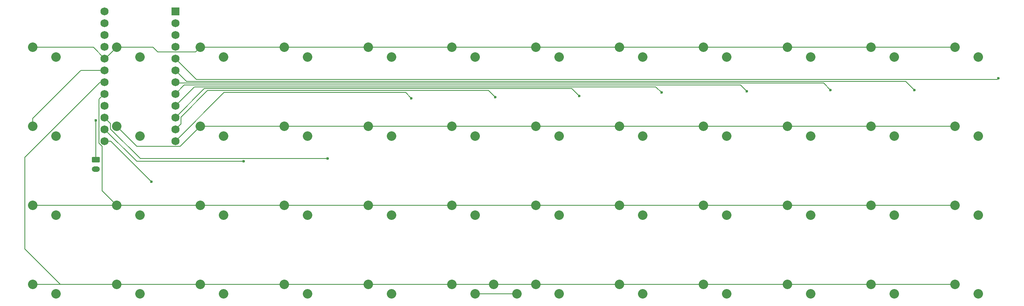
<source format=gbr>
%TF.GenerationSoftware,KiCad,Pcbnew,9.0.3-1.fc42*%
%TF.CreationDate,2025-09-11T11:22:30-04:00*%
%TF.ProjectId,48ish_soldered,34386973-685f-4736-9f6c-64657265642e,v1.0.0*%
%TF.SameCoordinates,Original*%
%TF.FileFunction,Copper,L1,Top*%
%TF.FilePolarity,Positive*%
%FSLAX46Y46*%
G04 Gerber Fmt 4.6, Leading zero omitted, Abs format (unit mm)*
G04 Created by KiCad (PCBNEW 9.0.3-1.fc42) date 2025-09-11 11:22:30*
%MOMM*%
%LPD*%
G01*
G04 APERTURE LIST*
G04 Aperture macros list*
%AMRoundRect*
0 Rectangle with rounded corners*
0 $1 Rounding radius*
0 $2 $3 $4 $5 $6 $7 $8 $9 X,Y pos of 4 corners*
0 Add a 4 corners polygon primitive as box body*
4,1,4,$2,$3,$4,$5,$6,$7,$8,$9,$2,$3,0*
0 Add four circle primitives for the rounded corners*
1,1,$1+$1,$2,$3*
1,1,$1+$1,$4,$5*
1,1,$1+$1,$6,$7*
1,1,$1+$1,$8,$9*
0 Add four rect primitives between the rounded corners*
20,1,$1+$1,$2,$3,$4,$5,0*
20,1,$1+$1,$4,$5,$6,$7,0*
20,1,$1+$1,$6,$7,$8,$9,0*
20,1,$1+$1,$8,$9,$2,$3,0*%
G04 Aperture macros list end*
%TA.AperFunction,ComponentPad*%
%ADD10C,2.032000*%
%TD*%
%TA.AperFunction,ComponentPad*%
%ADD11R,1.752600X1.752600*%
%TD*%
%TA.AperFunction,ComponentPad*%
%ADD12C,1.752600*%
%TD*%
%TA.AperFunction,ComponentPad*%
%ADD13RoundRect,0.250000X-0.625000X0.350000X-0.625000X-0.350000X0.625000X-0.350000X0.625000X0.350000X0*%
%TD*%
%TA.AperFunction,ComponentPad*%
%ADD14O,1.750000X1.200000*%
%TD*%
%TA.AperFunction,ViaPad*%
%ADD15C,0.600000*%
%TD*%
%TA.AperFunction,Conductor*%
%ADD16C,0.200000*%
%TD*%
G04 APERTURE END LIST*
D10*
%TO.P,SW6,1,A*%
%TO.N,/row1*%
X129500000Y-131800000D03*
%TO.P,SW6,2,B*%
%TO.N,Net-(D6-A)*%
X134500000Y-133900000D03*
%TD*%
%TO.P,SW30,1,A*%
%TO.N,/row1*%
X237500000Y-131800000D03*
%TO.P,SW30,2,B*%
%TO.N,Net-(D30-A)*%
X242500000Y-133900000D03*
%TD*%
%TO.P,SW18,1,A*%
%TO.N,/row1*%
X183500000Y-131800000D03*
%TO.P,SW18,2,B*%
%TO.N,Net-(D18-A)*%
X188500000Y-133900000D03*
%TD*%
%TO.P,SW37,1,A*%
%TO.N,/row0*%
X273500000Y-114800000D03*
%TO.P,SW37,2,B*%
%TO.N,Net-(D37-A)*%
X278500000Y-116900000D03*
%TD*%
%TO.P,SW21,1,A*%
%TO.N,/row0*%
X201500000Y-114800000D03*
%TO.P,SW21,2,B*%
%TO.N,Net-(D21-A)*%
X206500000Y-116900000D03*
%TD*%
%TO.P,SW15,1,A*%
%TO.N,/row2*%
X165500000Y-148800000D03*
%TO.P,SW15,2,B*%
%TO.N,Net-(D15-A)*%
X170500000Y-150900000D03*
%TD*%
%TO.P,SW33,1,A*%
%TO.N,/row0*%
X255500000Y-114800000D03*
%TO.P,SW33,2,B*%
%TO.N,Net-(D33-A)*%
X260500000Y-116900000D03*
%TD*%
%TO.P,SW10,1,A*%
%TO.N,/row1*%
X147500000Y-131800000D03*
%TO.P,SW10,2,B*%
%TO.N,Net-(D10-A)*%
X152500000Y-133900000D03*
%TD*%
%TO.P,SW2,1,A*%
%TO.N,/row1*%
X111500000Y-131800000D03*
%TO.P,SW2,2,B*%
%TO.N,Net-(D2-A)*%
X116500000Y-133900000D03*
%TD*%
%TO.P,SW26,1,A*%
%TO.N,/row1*%
X219500000Y-131800000D03*
%TO.P,SW26,2,B*%
%TO.N,Net-(D26-A)*%
X224500000Y-133900000D03*
%TD*%
%TO.P,SW27,1,A*%
%TO.N,/row2*%
X219500000Y-148800000D03*
%TO.P,SW27,2,B*%
%TO.N,Net-(D27-A)*%
X224500000Y-150900000D03*
%TD*%
%TO.P,SW5,1,A*%
%TO.N,/row0*%
X129500000Y-114800000D03*
%TO.P,SW5,2,B*%
%TO.N,Net-(D5-A)*%
X134500000Y-116900000D03*
%TD*%
%TO.P,SW47,1,A*%
%TO.N,/row2*%
X309500000Y-148800000D03*
%TO.P,SW47,2,B*%
%TO.N,Net-(D47-A)*%
X314500000Y-150900000D03*
%TD*%
%TO.P,SW46,1,A*%
%TO.N,/row1*%
X309500000Y-131800000D03*
%TO.P,SW46,2,B*%
%TO.N,Net-(D46-A)*%
X314500000Y-133900000D03*
%TD*%
%TO.P,SW40,1,A*%
%TO.N,/row3*%
X273500000Y-165800000D03*
%TO.P,SW40,2,B*%
%TO.N,Net-(D40-A)*%
X278500000Y-167900000D03*
%TD*%
%TO.P,SW25,1,A*%
%TO.N,/row0*%
X219500000Y-114800000D03*
%TO.P,SW25,2,B*%
%TO.N,Net-(D25-A)*%
X224500000Y-116900000D03*
%TD*%
%TO.P,SW36,1,A*%
%TO.N,/row3*%
X255500000Y-165800000D03*
%TO.P,SW36,2,B*%
%TO.N,Net-(D36-A)*%
X260500000Y-167900000D03*
%TD*%
%TO.P,SW20,1,A*%
%TO.N,/row3*%
X183500000Y-165800000D03*
%TO.P,SW20,2,B*%
%TO.N,Net-(D20-A)*%
X188500000Y-167900000D03*
%TD*%
%TO.P,SW12,1,A*%
%TO.N,/row3*%
X147500000Y-165800000D03*
%TO.P,SW12,2,B*%
%TO.N,Net-(D12-A)*%
X152500000Y-167900000D03*
%TD*%
%TO.P,SW4,1,A*%
%TO.N,/row3*%
X111500000Y-165800000D03*
%TO.P,SW4,2,B*%
%TO.N,Net-(D4-A)*%
X116500000Y-167900000D03*
%TD*%
%TO.P,SW16,1,A*%
%TO.N,/row3*%
X165500000Y-165800000D03*
%TO.P,SW16,2,B*%
%TO.N,Net-(D16-A)*%
X170500000Y-167900000D03*
%TD*%
%TO.P,SW38,1,A*%
%TO.N,/row1*%
X273500000Y-131800000D03*
%TO.P,SW38,2,B*%
%TO.N,Net-(D38-A)*%
X278500000Y-133900000D03*
%TD*%
%TO.P,SW3,1,A*%
%TO.N,/row2*%
X111500000Y-148800000D03*
%TO.P,SW3,2,B*%
%TO.N,Net-(D3-A)*%
X116500000Y-150900000D03*
%TD*%
%TO.P,SW34,1,A*%
%TO.N,/row1*%
X255500000Y-131800000D03*
%TO.P,SW34,2,B*%
%TO.N,Net-(D34-A)*%
X260500000Y-133900000D03*
%TD*%
%TO.P,SW22,1,A*%
%TO.N,/row1*%
X201500000Y-131800000D03*
%TO.P,SW22,2,B*%
%TO.N,Net-(D22-A)*%
X206500000Y-133900000D03*
%TD*%
%TO.P,SW29,1,A*%
%TO.N,/row0*%
X237500000Y-114800000D03*
%TO.P,SW29,2,B*%
%TO.N,Net-(D29-A)*%
X242500000Y-116900000D03*
%TD*%
%TO.P,SW31,1,A*%
%TO.N,/row2*%
X237500000Y-148800000D03*
%TO.P,SW31,2,B*%
%TO.N,Net-(D31-A)*%
X242500000Y-150900000D03*
%TD*%
%TO.P,SW24,1,A*%
%TO.N,/row3*%
X210500000Y-165800000D03*
%TO.P,SW24,2,B*%
%TO.N,Net-(D24-A)*%
X215500000Y-167900000D03*
%TD*%
%TO.P,SW7,1,A*%
%TO.N,/row2*%
X129500000Y-148800000D03*
%TO.P,SW7,2,B*%
%TO.N,Net-(D7-A)*%
X134500000Y-150900000D03*
%TD*%
%TO.P,SW43,1,A*%
%TO.N,/row2*%
X291500000Y-148800000D03*
%TO.P,SW43,2,B*%
%TO.N,Net-(D43-A)*%
X296500000Y-150900000D03*
%TD*%
%TO.P,SW14,1,A*%
%TO.N,/row1*%
X165500000Y-131800000D03*
%TO.P,SW14,2,B*%
%TO.N,Net-(D14-A)*%
X170500000Y-133900000D03*
%TD*%
%TO.P,SW44,1,A*%
%TO.N,/row3*%
X291500000Y-165800000D03*
%TO.P,SW44,2,B*%
%TO.N,Net-(D44-A)*%
X296500000Y-167900000D03*
%TD*%
%TO.P,SW45,1,A*%
%TO.N,/row0*%
X309500000Y-114800000D03*
%TO.P,SW45,2,B*%
%TO.N,Net-(D45-A)*%
X314500000Y-116900000D03*
%TD*%
%TO.P,SW35,1,A*%
%TO.N,/row2*%
X255500000Y-148800000D03*
%TO.P,SW35,2,B*%
%TO.N,Net-(D35-A)*%
X260500000Y-150900000D03*
%TD*%
%TO.P,SW13,1,A*%
%TO.N,/row0*%
X165500000Y-114800000D03*
%TO.P,SW13,2,B*%
%TO.N,Net-(D13-A)*%
X170500000Y-116900000D03*
%TD*%
%TO.P,SW1,1,A*%
%TO.N,/row0*%
X111500000Y-114800000D03*
%TO.P,SW1,2,B*%
%TO.N,Net-(D1-A)*%
X116500000Y-116900000D03*
%TD*%
%TO.P,SW9,1,A*%
%TO.N,/row0*%
X147500000Y-114800000D03*
%TO.P,SW9,2,B*%
%TO.N,Net-(D9-A)*%
X152500000Y-116900000D03*
%TD*%
%TO.P,SW17,1,A*%
%TO.N,/row0*%
X183500000Y-114800000D03*
%TO.P,SW17,2,B*%
%TO.N,Net-(D17-A)*%
X188500000Y-116900000D03*
%TD*%
%TO.P,SW24,1,A*%
%TO.N,/row3*%
X201500000Y-165800000D03*
%TO.P,SW24,2,B*%
%TO.N,Net-(D24-A)*%
X206500000Y-167900000D03*
%TD*%
%TO.P,SW48,1,A*%
%TO.N,/row3*%
X309500000Y-165800000D03*
%TO.P,SW48,2,B*%
%TO.N,Net-(D48-A)*%
X314500000Y-167900000D03*
%TD*%
%TO.P,SW19,1,A*%
%TO.N,/row2*%
X183500000Y-148800000D03*
%TO.P,SW19,2,B*%
%TO.N,Net-(D19-A)*%
X188500000Y-150900000D03*
%TD*%
%TO.P,SW11,1,A*%
%TO.N,/row2*%
X147500000Y-148800000D03*
%TO.P,SW11,2,B*%
%TO.N,Net-(D11-A)*%
X152500000Y-150900000D03*
%TD*%
%TO.P,SW32,1,A*%
%TO.N,/row3*%
X237500000Y-165800000D03*
%TO.P,SW32,2,B*%
%TO.N,Net-(D32-A)*%
X242500000Y-167900000D03*
%TD*%
%TO.P,SW28,1,A*%
%TO.N,/row3*%
X219500000Y-165800000D03*
%TO.P,SW28,2,B*%
%TO.N,Net-(D28-A)*%
X224500000Y-167900000D03*
%TD*%
%TO.P,SW8,1,A*%
%TO.N,/row3*%
X129500000Y-165800000D03*
%TO.P,SW8,2,B*%
%TO.N,Net-(D8-A)*%
X134500000Y-167900000D03*
%TD*%
%TO.P,SW41,1,A*%
%TO.N,/row0*%
X291500000Y-114800000D03*
%TO.P,SW41,2,B*%
%TO.N,Net-(D41-A)*%
X296500000Y-116900000D03*
%TD*%
%TO.P,SW39,1,A*%
%TO.N,/row2*%
X273500000Y-148800000D03*
%TO.P,SW39,2,B*%
%TO.N,Net-(D39-A)*%
X278500000Y-150900000D03*
%TD*%
%TO.P,SW42,1,A*%
%TO.N,/row1*%
X291500000Y-131800000D03*
%TO.P,SW42,2,B*%
%TO.N,Net-(D42-A)*%
X296500000Y-133900000D03*
%TD*%
%TO.P,SW23,1,A*%
%TO.N,/row2*%
X201500000Y-148800000D03*
%TO.P,SW23,2,B*%
%TO.N,Net-(D23-A)*%
X206500000Y-150900000D03*
%TD*%
D11*
%TO.P,U1,1,P1/TX*%
%TO.N,unconnected-(U1-P1{slash}TX-Pad1)*%
X142120000Y-107030000D03*
D12*
%TO.P,U1,2,P0/RX*%
%TO.N,unconnected-(U1-P0{slash}RX-Pad2)*%
X142120000Y-109570000D03*
%TO.P,U1,3,GND*%
%TO.N,GND*%
X142120000Y-112110000D03*
%TO.P,U1,4,GND*%
X142120000Y-114650000D03*
%TO.P,U1,5,P2/SDA*%
%TO.N,/col11*%
X142120000Y-117190000D03*
%TO.P,U1,6,P3/SCL/PWM*%
%TO.N,/col10*%
X142120000Y-119730000D03*
%TO.P,U1,7,P4/A6*%
%TO.N,/col9*%
X142120000Y-122270000D03*
%TO.P,U1,8,P5/PWM*%
%TO.N,/col8*%
X142120000Y-124810000D03*
%TO.P,U1,9,P6/A7/PWM*%
%TO.N,/col7*%
X142120000Y-127350000D03*
%TO.P,U1,10,P7*%
%TO.N,/col6*%
X142120000Y-129890000D03*
%TO.P,U1,11,P8/A8*%
%TO.N,/col5*%
X142120000Y-132430000D03*
%TO.P,U1,12,P9/A9/PWM*%
%TO.N,/col4*%
X142120000Y-134970000D03*
%TO.P,U1,13,VBAT*%
%TO.N,VBAT*%
X126880000Y-107030000D03*
%TO.P,U1,14,GND*%
%TO.N,GND*%
X126880000Y-109570000D03*
%TO.P,U1,15,RST*%
%TO.N,Net-(SW50-A)*%
X126880000Y-112110000D03*
%TO.P,U1,16*%
%TO.N,N/C*%
X126880000Y-114650000D03*
%TO.P,U1,17,P21/A3*%
%TO.N,/row0*%
X126880000Y-117190000D03*
%TO.P,U1,18,P20/A2*%
%TO.N,/row1*%
X126880000Y-119730000D03*
%TO.P,U1,19,P19/A1*%
%TO.N,/row3*%
X126880000Y-122270000D03*
%TO.P,U1,20,P18/A0*%
%TO.N,/row2*%
X126880000Y-124810000D03*
%TO.P,U1,21,P15/SCLK*%
%TO.N,/col0*%
X126880000Y-127350000D03*
%TO.P,U1,22,P14/MISO*%
%TO.N,/col3*%
X126880000Y-129890000D03*
%TO.P,U1,23,P16/MOSI*%
%TO.N,/col2*%
X126880000Y-132430000D03*
%TO.P,U1,24,P10/A10/PWM*%
%TO.N,/col1*%
X126880000Y-134970000D03*
%TD*%
D13*
%TO.P,J1,1,Pin_1*%
%TO.N,Net-(J1-Pin_1)*%
X125050000Y-139000000D03*
D14*
%TO.P,J1,2,Pin_2*%
%TO.N,GND*%
X125050000Y-141000000D03*
%TD*%
D15*
%TO.N,/col1*%
X137000000Y-143750000D03*
%TO.N,/col2*%
X156798100Y-139350000D03*
%TO.N,/col3*%
X174798100Y-138750000D03*
%TO.N,/col4*%
X192798100Y-125750000D03*
%TO.N,/col5*%
X210798100Y-125500000D03*
%TO.N,/col6*%
X228798100Y-125250000D03*
%TO.N,/col7*%
X246500000Y-124500000D03*
%TO.N,/col8*%
X264798100Y-124250000D03*
%TO.N,/col9*%
X282798100Y-124000000D03*
%TO.N,/col10*%
X300798100Y-124000000D03*
%TO.N,/col11*%
X318798100Y-121500000D03*
%TO.N,Net-(J1-Pin_1)*%
X125000000Y-130500000D03*
%TD*%
D16*
%TO.N,/col1*%
X126880000Y-134970000D02*
X128220000Y-134970000D01*
X128220000Y-134970000D02*
X137000000Y-143750000D01*
%TO.N,/col2*%
X126880000Y-132430000D02*
X133800000Y-139350000D01*
X133800000Y-139350000D02*
X156798100Y-139350000D01*
%TO.N,/col3*%
X128183000Y-132345520D02*
X134587480Y-138750000D01*
X128183000Y-131193000D02*
X128183000Y-132345520D01*
X126880000Y-129890000D02*
X128183000Y-131193000D01*
X134587480Y-138750000D02*
X174798100Y-138750000D01*
%TO.N,/col4*%
X191556100Y-124508000D02*
X192798100Y-125750000D01*
X152582000Y-124508000D02*
X191556100Y-124508000D01*
X142120000Y-134970000D02*
X152582000Y-124508000D01*
%TO.N,/col5*%
X142120000Y-132430000D02*
X143297300Y-131252700D01*
X149000000Y-124107000D02*
X209405100Y-124107000D01*
X209405100Y-124107000D02*
X210798100Y-125500000D01*
X143297300Y-129809700D02*
X149000000Y-124107000D01*
X143297300Y-131252700D02*
X143297300Y-129809700D01*
%TO.N,Net-(D24-A)*%
X206500000Y-167900000D02*
X215500000Y-167900000D01*
%TO.N,/col6*%
X148304000Y-123706000D02*
X227254100Y-123706000D01*
X227254100Y-123706000D02*
X228798100Y-125250000D01*
X142120000Y-129890000D02*
X148304000Y-123706000D01*
%TO.N,/col7*%
X142120000Y-127350000D02*
X146165000Y-123305000D01*
X245305000Y-123305000D02*
X246500000Y-124500000D01*
X146165000Y-123305000D02*
X245305000Y-123305000D01*
%TO.N,/col8*%
X142120000Y-124810000D02*
X144026000Y-122904000D01*
X144026000Y-122904000D02*
X263452100Y-122904000D01*
X263452100Y-122904000D02*
X264798100Y-124250000D01*
%TO.N,/col9*%
X142120000Y-122270000D02*
X142353000Y-122503000D01*
X281301100Y-122503000D02*
X282798100Y-124000000D01*
X142353000Y-122503000D02*
X281301100Y-122503000D01*
%TO.N,/col10*%
X298900100Y-122102000D02*
X300798100Y-124000000D01*
X144492000Y-122102000D02*
X298900100Y-122102000D01*
X142120000Y-119730000D02*
X144492000Y-122102000D01*
%TO.N,/col11*%
X318597100Y-121701000D02*
X318798100Y-121500000D01*
X146631000Y-121701000D02*
X318597100Y-121701000D01*
X142120000Y-117190000D02*
X146631000Y-121701000D01*
%TO.N,Net-(J1-Pin_1)*%
X125050000Y-139000000D02*
X125050000Y-130550000D01*
X125050000Y-130550000D02*
X125000000Y-130500000D01*
%TO.N,/row0*%
X138327300Y-115827300D02*
X137300000Y-114800000D01*
X124490000Y-114800000D02*
X126880000Y-117190000D01*
X146472700Y-115827300D02*
X138327300Y-115827300D01*
X147500000Y-114800000D02*
X309500000Y-114800000D01*
X127110000Y-117190000D02*
X129500000Y-114800000D01*
X126880000Y-117190000D02*
X127110000Y-117190000D01*
X111500000Y-114800000D02*
X124490000Y-114800000D01*
X147500000Y-114800000D02*
X146472700Y-115827300D01*
X137300000Y-114800000D02*
X129500000Y-114800000D01*
%TO.N,/row2*%
X129500000Y-148800000D02*
X126392346Y-145692346D01*
X125702700Y-135457654D02*
X125702700Y-125987300D01*
X125702700Y-125987300D02*
X126880000Y-124810000D01*
X126392346Y-145692346D02*
X126392346Y-136147300D01*
X126392346Y-136147300D02*
X125702700Y-135457654D01*
X111500000Y-148800000D02*
X309500000Y-148800000D01*
%TO.N,/row3*%
X109798100Y-138451900D02*
X125980000Y-122270000D01*
X125980000Y-122270000D02*
X126880000Y-122270000D01*
X109798100Y-158219158D02*
X109798100Y-138451900D01*
X117378942Y-165800000D02*
X109798100Y-158219158D01*
X111500000Y-165800000D02*
X309500000Y-165800000D01*
X129500000Y-165800000D02*
X117378942Y-165800000D01*
%TO.N,/row1*%
X121848942Y-119730000D02*
X111500000Y-130078942D01*
X147500000Y-131800000D02*
X143152700Y-136147300D01*
X309500000Y-131800000D02*
X147500000Y-131800000D01*
X133847300Y-136147300D02*
X129500000Y-131800000D01*
X111500000Y-130078942D02*
X111500000Y-131800000D01*
X143152700Y-136147300D02*
X133847300Y-136147300D01*
X126880000Y-119730000D02*
X121848942Y-119730000D01*
%TD*%
M02*

</source>
